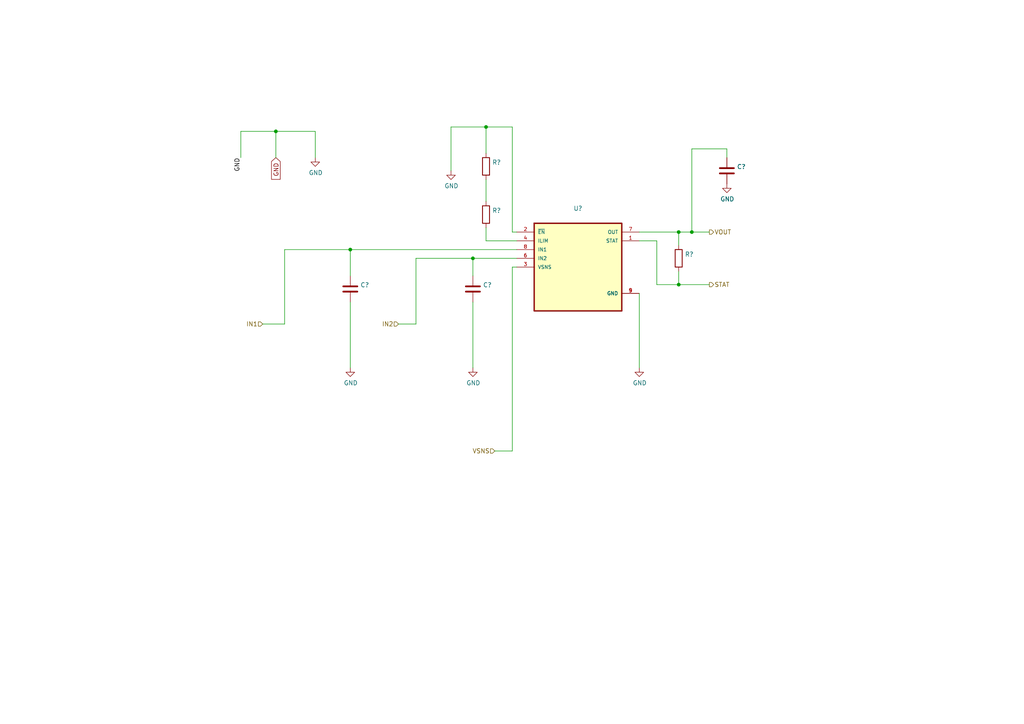
<source format=kicad_sch>
(kicad_sch (version 20211123) (generator eeschema)
  (paper "A4")
  (lib_symbols
    (symbol "Device:C" (pin_numbers hide) (pin_names (offset 0.254))
      (property "Reference" "C" (at 0.635 2.54 0))
      (property "Value" "C" (at 0.635 -2.54 0))
      (symbol "C_0_1"
        (polyline (pts (xy -2.032 -0.762) (xy 2.032 -0.762)) (stroke (width 0.508)))
        (polyline (pts (xy -2.032 0.762) (xy 2.032 0.762)) (stroke (width 0.508)))
      )
      (symbol "C_1_1"
        (pin passive line (at 0 3.81 270) (length 2.794) (name "~") (number "1"))
        (pin passive line (at 0 -3.81 90) (length 2.794) (name "~") (number "2"))
      )
    )
    (symbol "Device:R" (pin_numbers hide) (pin_names (offset 0))
      (property "Reference" "R" (at 2.032 0 90))
      (property "Value" "R" (at 0 0 90))
      (symbol "R_0_1"
        (rectangle (start -1.016 -2.54) (end 1.016 2.54) (stroke (width 0.254)))
      )
      (symbol "R_1_1"
        (pin passive line (at 0 3.81 270) (length 1.27) (name "~") (number "1"))
        (pin passive line (at 0 -3.81 90) (length 1.27) (name "~") (number "2"))
      )
    )
    (symbol "REV2_SPRING_2022-rescue:TPS2113ADRBR-TPS2113ADRBR" (pin_names (offset 1.016))
      (property "Reference" "U" (at -12.7 13.6906 0))
      (property "Value" "TPS2113ADRBR-TPS2113ADRBR" (at -12.7 -16.6878 0))
      (symbol "TPS2113ADRBR-TPS2113ADRBR_0_0"
        (rectangle (start -12.7 -12.7) (end 12.7 12.7) (stroke (width 0.4064)) (fill (type background)))
        (pin output line (at 17.78 7.62 180) (length 5.08) (name "STAT") (number "1"))
        (pin input line (at -17.78 10.16 0) (length 5.08) (name "~{EN}") (number "2"))
        (pin input line (at -17.78 0 0) (length 5.08) (name "VSNS") (number "3"))
        (pin input line (at -17.78 7.62 0) (length 5.08) (name "ILIM") (number "4"))
        (pin power_in line (at 17.78 -7.62 180) (length 5.08) (name "GND") (number "5"))
        (pin input line (at -17.78 2.54 0) (length 5.08) (name "IN2") (number "6"))
        (pin output line (at 17.78 10.16 180) (length 5.08) (name "OUT") (number "7"))
        (pin input line (at -17.78 5.08 0) (length 5.08) (name "IN1") (number "8"))
        (pin power_in line (at 17.78 -7.62 180) (length 5.08) (name "GND") (number "9"))
      )
    )
    (symbol "power:GND" (power) (pin_names (offset 0))
      (property "Value" "GND" (at 0 -3.81 0))
      (symbol "GND_0_1"
        (polyline (pts (xy 0 0) (xy 0 -1.27) (xy 1.27 -1.27) (xy 0 -2.54) (xy -1.27 -1.27) (xy 0 -1.27)))
      )
      (symbol "GND_1_1"
        (pin power_in line (at 0 0 270) (length 0) hide (name "GND") (number "1"))
      )
    )
  )
  (junction (at 196.85 67.31))
  (junction (at 80.01 38.1))
  (junction (at 140.97 36.83))
  (junction (at 137.16 74.93))
  (junction (at 200.66 67.31))
  (junction (at 101.6 72.39))
  (junction (at 196.85 82.55))
  (wire (pts (xy 149.86 69.85) (xy 140.97 69.85)))
  (wire (pts (xy 148.59 36.83) (xy 148.59 67.31)))
  (wire (pts (xy 200.66 67.31) (xy 205.74 67.31)))
  (wire (pts (xy 101.6 72.39) (xy 101.6 80.01)))
  (wire (pts (xy 80.01 38.1) (xy 80.01 45.72)))
  (wire (pts (xy 137.16 74.93) (xy 137.16 80.01)))
  (wire (pts (xy 82.55 93.98) (xy 76.2 93.98)))
  (wire (pts (xy 190.5 82.55) (xy 196.85 82.55)))
  (wire (pts (xy 140.97 69.85) (xy 140.97 66.04)))
  (wire (pts (xy 200.66 43.18) (xy 210.82 43.18)))
  (wire (pts (xy 190.5 69.85) (xy 190.5 82.55)))
  (wire (pts (xy 130.81 36.83) (xy 130.81 49.53)))
  (wire (pts (xy 91.44 38.1) (xy 91.44 45.72)))
  (wire (pts (xy 185.42 67.31) (xy 196.85 67.31)))
  (wire (pts (xy 140.97 36.83) (xy 140.97 44.45)))
  (wire (pts (xy 149.86 67.31) (xy 148.59 67.31)))
  (wire (pts (xy 80.01 38.1) (xy 91.44 38.1)))
  (wire (pts (xy 185.42 85.09) (xy 185.42 106.68)))
  (wire (pts (xy 137.16 74.93) (xy 120.65 74.93)))
  (wire (pts (xy 130.81 36.83) (xy 140.97 36.83)))
  (wire (pts (xy 196.85 82.55) (xy 196.85 78.74)))
  (wire (pts (xy 200.66 67.31) (xy 200.66 43.18)))
  (wire (pts (xy 140.97 58.42) (xy 140.97 52.07)))
  (wire (pts (xy 210.82 43.18) (xy 210.82 45.72)))
  (wire (pts (xy 196.85 67.31) (xy 200.66 67.31)))
  (wire (pts (xy 185.42 69.85) (xy 190.5 69.85)))
  (wire (pts (xy 140.97 36.83) (xy 148.59 36.83)))
  (wire (pts (xy 137.16 87.63) (xy 137.16 106.68)))
  (wire (pts (xy 120.65 74.93) (xy 120.65 93.98)))
  (wire (pts (xy 149.86 74.93) (xy 137.16 74.93)))
  (wire (pts (xy 69.85 38.1) (xy 80.01 38.1)))
  (wire (pts (xy 148.59 77.47) (xy 148.59 130.81)))
  (wire (pts (xy 69.85 45.72) (xy 69.85 38.1)))
  (wire (pts (xy 82.55 72.39) (xy 82.55 93.98)))
  (wire (pts (xy 148.59 130.81) (xy 143.51 130.81)))
  (wire (pts (xy 196.85 82.55) (xy 205.74 82.55)))
  (wire (pts (xy 196.85 71.12) (xy 196.85 67.31)))
  (wire (pts (xy 82.55 72.39) (xy 101.6 72.39)))
  (wire (pts (xy 115.57 93.98) (xy 120.65 93.98)))
  (wire (pts (xy 149.86 77.47) (xy 148.59 77.47)))
  (wire (pts (xy 101.6 72.39) (xy 149.86 72.39)))
  (wire (pts (xy 101.6 87.63) (xy 101.6 106.68)))
  (label "GND" (at 69.85 45.72 270))
  (global_label "GND" (shape input) (at 80.01 45.72 270) (property "Intersheet References" "${INTERSHEET_REFS}" (effects hide)))
  (hierarchical_label "IN1" (shape input) (at 76.2 93.98 180))
  (hierarchical_label "VOUT" (shape output) (at 205.74 67.31 0))
  (hierarchical_label "IN2" (shape input) (at 115.57 93.98 180))
  (hierarchical_label "VSNS" (shape input) (at 143.51 130.81 180))
  (hierarchical_label "STAT" (shape output) (at 205.74 82.55 0))
  (symbol (lib_id "Device:R") (at 140.97 48.26 0) (unit 1)
    (property "Reference" "R?" (at 142.748 47.0916 0) (effects (justify left)))
  )
  (symbol (lib_id "REV2_SPRING_2022-rescue:TPS2113ADRBR-TPS2113ADRBR") (at 167.64 77.47 0) (unit 1)
    (property "Reference" "U?" (at 167.64 60.452 0))
    (property "Datasheet" "https://www.ti.com/lit/ds/symlink/tps2113a.pdf" (effects hide))
  )
  (symbol (lib_id "Device:C") (at 101.6 83.82 0) (unit 1)
    (property "Reference" "C?" (at 104.521 82.6516 0) (effects (justify left)))
  )
  (symbol (lib_id "Device:C") (at 137.16 83.82 0) (unit 1)
    (property "Reference" "C?" (at 140.081 82.6516 0) (effects (justify left)))
  )
  (symbol (lib_id "Device:R") (at 140.97 62.23 0) (unit 1)
    (property "Reference" "R?" (at 142.748 61.0616 0) (effects (justify left)))
  )
  (symbol (lib_id "power:GND") (at 130.81 49.53 0) (unit 1)
    (property "Reference" "#PWR?" (effects hide))
  )
  (symbol (lib_id "power:GND") (at 101.6 106.68 0) (unit 1)
    (property "Reference" "#PWR?" (effects hide))
  )
  (symbol (lib_id "power:GND") (at 137.16 106.68 0) (unit 1)
    (property "Reference" "#PWR?" (effects hide))
  )
  (symbol (lib_id "power:GND") (at 185.42 106.68 0) (unit 1)
    (property "Reference" "#PWR?" (effects hide))
  )
  (symbol (lib_id "Device:R") (at 196.85 74.93 0) (unit 1)
    (property "Reference" "R?" (at 198.628 73.7616 0) (effects (justify left)))
  )
  (symbol (lib_id "Device:C") (at 210.82 49.53 0) (unit 1)
    (property "Reference" "C?" (at 213.741 48.3616 0) (effects (justify left)))
  )
  (symbol (lib_id "power:GND") (at 210.82 53.34 0) (unit 1)
    (property "Reference" "#PWR?" (effects hide))
  )
  (symbol (lib_id "power:GND") (at 91.44 45.72 0) (unit 1)
    (property "Reference" "#PWR?" (effects hide))
  )
)
</source>
